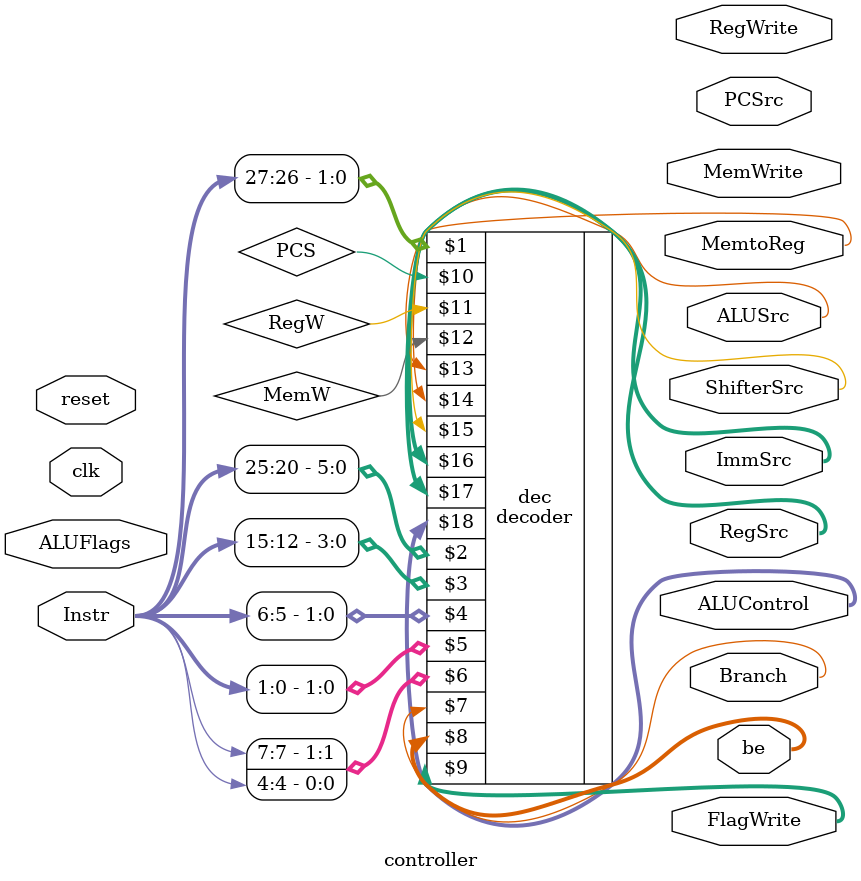
<source format=sv>
module controller(
	input logic clk, reset,
    input logic [31:0] Instr,
    input logic [3:0] ALUFlags,
    output logic [1:0] RegSrc,
    output logic RegWrite,
    output logic [1:0] ImmSrc,
    output logic ALUSrc,
	output logic ShifterSrc,
    output logic [3:0] ALUControl,
    output logic MemWrite, MemtoReg,
    output logic PCSrc,
	output logic [1:0] FlagWrite,
	output logic[3:0] be,
	output logic Branch);

    decoder dec(Instr[27:26], Instr[25:20], Instr[15:12], Instr[6:5], Instr[1:0], {Instr[7],Instr[4]},
        Branch, be, FlagWrite, PCS, RegW, MemW,
        MemtoReg, ALUSrc, ShifterSrc, ImmSrc, RegSrc, ALUControl);

endmodule

</source>
